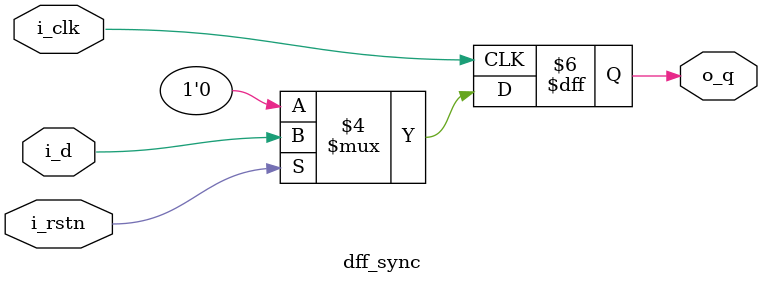
<source format=v>
module dff_sync
(
	output reg		o_q,
	input 			i_d,
	input			i_clk,
	input			i_rstn
);

	always @(posedge i_clk) begin
		if(!i_rstn) begin
			o_q <= 1'b0;
		end else begin
			o_q <= i_d;
		end 
	end
endmodule



</source>
